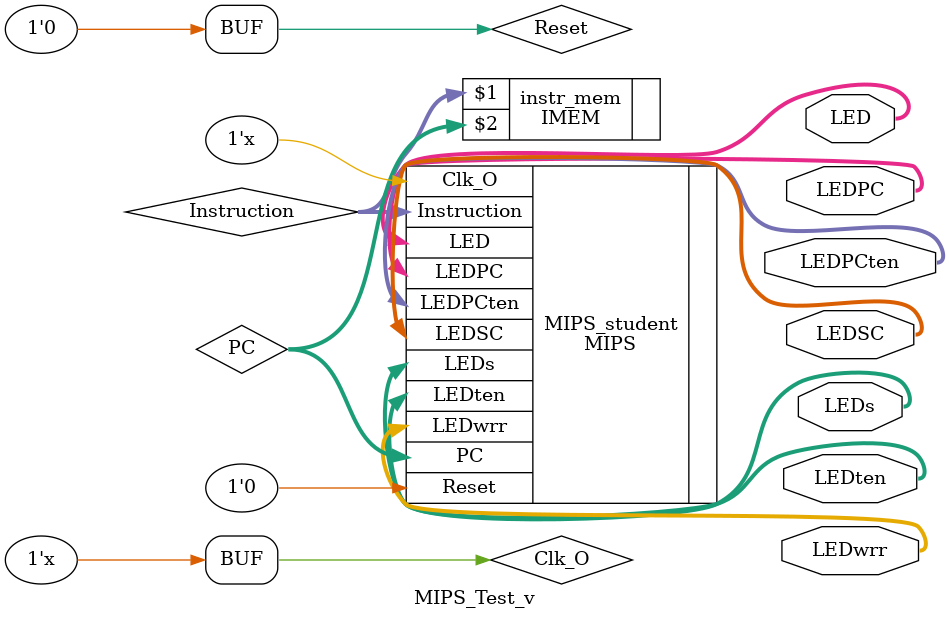
<source format=v>
`timescale 1ns / 1ps

module MIPS_Test_v(
	//input Clk_O,
	//input Reset,
	output[6:0]	LED,
	output[6:0]	LEDten,
	output[6:0]	LEDPC,
	output[6:0]	LEDPCten,
	output[6:0]	LEDSC,
	output[6:0]	LEDwrr,
	output[3:0] LEDs);
	
	reg Clk_O;
	reg Reset;
	
	// Outputs
	wire [7:0] Instruction;
	wire [7:0] PC;
	
	// Instantiate the Unit Under Test (UUT)
	MIPS MIPS_student ( 
		.Clk_O(Clk_O),
		.Reset(Reset),
		.Instruction(Instruction),
		.PC(PC),
		.LED(LED),
		.LEDten(LEDten),
		.LEDPC(LEDPC),
		.LEDPCten(LEDPCten),
		.LEDSC(LEDSC),
		.LEDwrr(LEDwrr),
		.LEDs(LEDs)
	);
	
	IMEM instr_mem ( Instruction, PC );
	
	always #1 Clk_O = ~Clk_O;

	initial 
	begin
		Clk_O = 0;
		Reset = 1;
		
		#200 Reset = 0;
		
		Reset = 1;
		
		#200 Reset = 0;
		
		#1000000;
		
	end
      
endmodule


</source>
